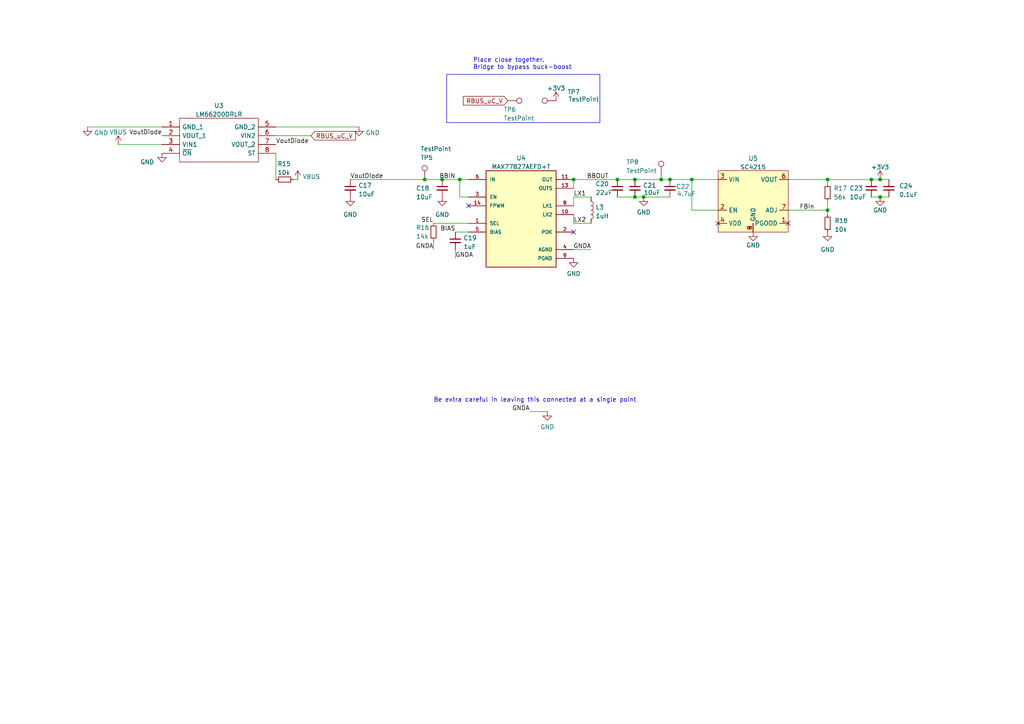
<source format=kicad_sch>
(kicad_sch (version 20230121) (generator eeschema)
  (paper "A4")
  (lib_symbols
    (symbol "Connector:TestPoint" (pin_numbers hide) (pin_names (offset 0.762) hide)
      (property "Reference" "TP" (at 0 6.858 0))
      (property "Value" "TestPoint" (at 0 5.08 0))
      (symbol "TestPoint_0_1"
        (circle (center 0 3.302) (radius 0.762))
      )
      (symbol "TestPoint_1_1"
        (pin passive line (at 0 0 90) (length 2.54) (name "1") (number "1"))
      )
    )
    (symbol "Device:C_Small" (pin_numbers hide) (pin_names (offset 0.254) hide)
      (property "Reference" "C" (at 0.254 1.778 0))
      (property "Value" "C_Small" (at 0.254 -2.032 0))
      (symbol "C_Small_0_1"
        (polyline (pts (xy -1.524 -0.508) (xy 1.524 -0.508)) (stroke (width 0.3302)))
        (polyline (pts (xy -1.524 0.508) (xy 1.524 0.508)) (stroke (width 0.3048)))
      )
      (symbol "C_Small_1_1"
        (pin passive line (at 0 2.54 270) (length 2.032) (name "~") (number "1"))
        (pin passive line (at 0 -2.54 90) (length 2.032) (name "~") (number "2"))
      )
    )
    (symbol "Device:L" (pin_numbers hide) (pin_names (offset 1.016) hide)
      (property "Reference" "L" (at -1.27 0 90))
      (property "Value" "L" (at 1.905 0 90))
      (symbol "L_0_1"
        (arc (start 0 -2.54) (mid 0.6323 -1.905) (end 0 -1.27))
        (arc (start 0 -1.27) (mid 0.6323 -0.635) (end 0 0))
        (arc (start 0 0) (mid 0.6323 0.635) (end 0 1.27))
        (arc (start 0 1.27) (mid 0.6323 1.905) (end 0 2.54))
      )
      (symbol "L_1_1"
        (pin passive line (at 0 3.81 270) (length 1.27) (name "1") (number "1"))
        (pin passive line (at 0 -3.81 90) (length 1.27) (name "2") (number "2"))
      )
    )
    (symbol "Device:R_Small" (pin_numbers hide) (pin_names (offset 0.254) hide)
      (property "Reference" "R" (at 0.762 0.508 0))
      (property "Value" "R_Small" (at 0.762 -1.016 0))
      (symbol "R_Small_0_1"
        (rectangle (start -0.762 1.778) (end 0.762 -1.778) (stroke (width 0.2032)))
      )
      (symbol "R_Small_1_1"
        (pin passive line (at 0 2.54 270) (length 0.762) (name "~") (number "1"))
        (pin passive line (at 0 -2.54 90) (length 0.762) (name "~") (number "2"))
      )
    )
    (symbol "iclr:LM66200DRLR" (pin_names (offset 0.762))
      (property "Reference" "U" (at 29.21 7.62 0))
      (property "Value" "LM66200DRLR" (at 29.21 5.08 0))
      (symbol "LM66200DRLR_0_0"
        (pin passive line (at 0 0 0) (length 5.08) (name "GND_1") (number "1"))
        (pin passive line (at 0 -2.54 0) (length 5.08) (name "VOUT_1") (number "2"))
        (pin passive line (at 0 -5.08 0) (length 5.08) (name "VIN1") (number "3"))
        (pin passive line (at 0 -7.62 0) (length 5.08) (name "~{ON}") (number "4"))
        (pin passive line (at 33.02 0 180) (length 5.08) (name "GND_2") (number "5"))
        (pin passive line (at 33.02 -2.54 180) (length 5.08) (name "VIN2") (number "6"))
        (pin passive line (at 33.02 -5.08 180) (length 5.08) (name "VOUT_2") (number "7"))
        (pin passive line (at 33.02 -7.62 180) (length 5.08) (name "ST") (number "8"))
      )
      (symbol "LM66200DRLR_0_1"
        (polyline (pts (xy 5.08 2.54) (xy 27.94 2.54) (xy 27.94 -10.16) (xy 5.08 -10.16) (xy 5.08 2.54)) (stroke (width 0.1524)))
      )
    )
    (symbol "iclr:MAX77827AEFD+T" (pin_names (offset 1.016))
      (property "Reference" "U?" (at -10.16 13.208 0))
      (property "Value" "MAX77827AEFD+T" (at -10.16 -17.78 0))
      (symbol "MAX77827AEFD+T_0_0"
        (rectangle (start -10.16 -15.24) (end 10.16 12.7) (stroke (width 0.254)) (fill (type background)))
        (pin passive line (at -15.24 -2.54 0) (length 5.08) (name "SEL") (number "1"))
        (pin passive line (at 15.24 0 180) (length 5.08) (name "LX2") (number "10"))
        (pin output line (at 15.24 10.16 180) (length 5.08) (name "OUT") (number "11"))
        (pin input line (at 15.24 7.62 180) (length 5.08) (name "OUTS") (number "13"))
        (pin input line (at -15.24 2.54 0) (length 5.08) (name "FPWM") (number "14"))
        (pin output line (at 15.24 -5.08 180) (length 5.08) (name "POK") (number "2"))
        (pin input line (at -15.24 5.08 0) (length 5.08) (name "EN") (number "3"))
        (pin power_in line (at 15.24 -10.16 180) (length 5.08) (name "AGND") (number "4"))
        (pin passive line (at -15.24 -5.08 0) (length 5.08) (name "BIAS") (number "5"))
        (pin input line (at -15.24 10.16 0) (length 5.08) (name "IN") (number "6"))
        (pin passive line (at 15.24 2.54 180) (length 5.08) (name "LX1") (number "8"))
        (pin power_in line (at 15.24 -12.7 180) (length 5.08) (name "PGND") (number "9"))
      )
    )
    (symbol "iclr:RT9025-25GSP"
      (property "Reference" "U6" (at 0 4.8428 0))
      (property "Value" "RT9025-25GSP" (at 0 2.3059 0))
      (symbol "RT9025-25GSP_1_1"
        (rectangle (start -10.16 1.27) (end 10.16 -16.51) (fill (type background)))
        (pin output line (at 10.16 -13.97 180) (length 2.54) (name "PGOOD") (number "1"))
        (pin input line (at -10.16 -10.16 0) (length 2.54) (name "EN") (number "2"))
        (pin input line (at -10.16 -1.27 0) (length 2.54) (name "VIN") (number "3"))
        (pin input line (at -10.16 -13.97 0) (length 2.54) (name "VDD") (number "4"))
        (pin output line (at 10.16 -1.27 180) (length 2.54) (name "VOUT") (number "6"))
        (pin input line (at 10.16 -10.16 180) (length 2.54) (name "ADJ") (number "7"))
        (pin input line (at 0 -16.51 90) (length 2.54) (name "GND") (number "8"))
        (pin input line (at 0 -16.51 90) (length 2.54) (name "GND") (number "9"))
      )
    )
    (symbol "power:+3.3V" (power) (pin_names (offset 0))
      (property "Value" "+3.3V" (at 0 3.556 0))
      (symbol "+3.3V_0_1"
        (polyline (pts (xy -0.762 1.27) (xy 0 2.54)))
        (polyline (pts (xy 0 0) (xy 0 2.54)))
        (polyline (pts (xy 0 2.54) (xy 0.762 1.27)))
      )
      (symbol "+3.3V_1_1"
        (pin power_in line (at 0 0 90) (length 0) hide (name "+3V3") (number "1"))
      )
    )
    (symbol "power:GND" (power) (pin_names (offset 0))
      (property "Value" "GND" (at 0 -3.81 0))
      (symbol "GND_0_1"
        (polyline (pts (xy 0 0) (xy 0 -1.27) (xy 1.27 -1.27) (xy 0 -2.54) (xy -1.27 -1.27) (xy 0 -1.27)))
      )
      (symbol "GND_1_1"
        (pin power_in line (at 0 0 270) (length 0) hide (name "GND") (number "1"))
      )
    )
    (symbol "power:VBUS" (power) (pin_names (offset 0))
      (property "Value" "VBUS" (at 0 3.81 0))
      (symbol "VBUS_0_1"
        (polyline (pts (xy -0.762 1.27) (xy 0 2.54)))
        (polyline (pts (xy 0 0) (xy 0 2.54)))
        (polyline (pts (xy 0 2.54) (xy 0.762 1.27)))
      )
      (symbol "VBUS_1_1"
        (pin power_in line (at 0 0 90) (length 0) hide (name "VBUS") (number "1"))
      )
    )
  )
  (junction (at 184.15 52.07))
  (junction (at 240.03 52.07))
  (junction (at 255.27 52.07))
  (junction (at 191.77 52.07))
  (junction (at 186.69 57.15))
  (junction (at 128.27 52.07))
  (junction (at 252.73 52.07))
  (junction (at 194.31 52.07))
  (junction (at 255.27 57.15))
  (junction (at 166.37 52.07))
  (junction (at 123.19 52.07))
  (junction (at 240.03 60.96))
  (junction (at 133.35 52.07))
  (junction (at 179.07 52.07))
  (junction (at 184.15 57.15))
  (junction (at 200.66 52.07))
  (no_connect (at 166.37 67.31))
  (no_connect (at 135.89 59.69))
  (no_connect (at 228.6 64.77))
  (no_connect (at 208.28 64.77))
  (wire (pts (xy 80.01 52.07) (xy 80.01 44.45)))
  (polyline (pts (xy 129.54 21.59) (xy 129.54 35.56)))
  (wire (pts (xy 133.35 57.15) (xy 135.89 57.15)))
  (wire (pts (xy 104.14 36.83) (xy 80.01 36.83)))
  (wire (pts (xy 166.37 52.07) (xy 179.07 52.07)))
  (wire (pts (xy 179.07 52.07) (xy 184.15 52.07)))
  (wire (pts (xy 240.03 52.07) (xy 240.03 53.34)))
  (wire (pts (xy 166.37 57.15) (xy 171.45 57.15)))
  (wire (pts (xy 200.66 52.07) (xy 200.66 60.96)))
  (wire (pts (xy 179.07 57.15) (xy 184.15 57.15)))
  (wire (pts (xy 228.6 52.07) (xy 240.03 52.07)))
  (wire (pts (xy 166.37 64.77) (xy 166.37 62.23)))
  (wire (pts (xy 200.66 52.07) (xy 208.28 52.07)))
  (wire (pts (xy 125.73 64.77) (xy 135.89 64.77)))
  (wire (pts (xy 166.37 72.39) (xy 171.45 72.39)))
  (wire (pts (xy 191.77 52.07) (xy 194.31 52.07)))
  (wire (pts (xy 240.03 58.42) (xy 240.03 60.96)))
  (wire (pts (xy 166.37 59.69) (xy 166.37 57.15)))
  (wire (pts (xy 191.77 50.8) (xy 191.77 52.07)))
  (wire (pts (xy 184.15 52.07) (xy 191.77 52.07)))
  (wire (pts (xy 252.73 57.15) (xy 255.27 57.15)))
  (wire (pts (xy 133.35 52.07) (xy 133.35 57.15)))
  (wire (pts (xy 200.66 60.96) (xy 208.28 60.96)))
  (wire (pts (xy 123.19 52.07) (xy 128.27 52.07)))
  (wire (pts (xy 186.69 57.15) (xy 194.31 57.15)))
  (wire (pts (xy 194.31 52.07) (xy 200.66 52.07)))
  (wire (pts (xy 125.73 72.39) (xy 125.73 69.85)))
  (wire (pts (xy 228.6 60.96) (xy 240.03 60.96)))
  (wire (pts (xy 171.45 64.77) (xy 166.37 64.77)))
  (wire (pts (xy 255.27 57.15) (xy 257.81 57.15)))
  (wire (pts (xy 25.4 36.83) (xy 46.99 36.83)))
  (wire (pts (xy 34.29 41.91) (xy 46.99 41.91)))
  (wire (pts (xy 101.6 52.07) (xy 123.19 52.07)))
  (wire (pts (xy 186.69 57.15) (xy 184.15 57.15)))
  (polyline (pts (xy 173.99 35.56) (xy 129.54 35.56)))
  (polyline (pts (xy 173.99 21.59) (xy 173.99 35.56)))
  (wire (pts (xy 153.67 119.38) (xy 158.75 119.38)))
  (wire (pts (xy 128.27 52.07) (xy 133.35 52.07)))
  (wire (pts (xy 86.36 52.07) (xy 85.09 52.07)))
  (polyline (pts (xy 129.54 21.59) (xy 173.99 21.59)))
  (wire (pts (xy 166.37 54.61) (xy 166.37 52.07)))
  (wire (pts (xy 132.08 67.31) (xy 135.89 67.31)))
  (wire (pts (xy 255.27 52.07) (xy 252.73 52.07)))
  (wire (pts (xy 133.35 52.07) (xy 135.89 52.07)))
  (wire (pts (xy 255.27 52.07) (xy 257.81 52.07)))
  (wire (pts (xy 90.17 39.37) (xy 80.01 39.37)))
  (wire (pts (xy 240.03 60.96) (xy 240.03 62.23)))
  (wire (pts (xy 240.03 52.07) (xy 252.73 52.07)))
  (wire (pts (xy 132.08 74.93) (xy 132.08 72.39)))
  (text "Place close together.\nBridge to bypass buck-boost\n" (at 137.16 20.32 0) (effects (font (size 1.27 1.27)) (justify left bottom)))
  (text "Be extra careful in leaving this connected at a single point\n" (at 125.73 116.84 0) (effects (font (size 1.27 1.27)) (justify left bottom)))
  (label "VoutDiode" (at 80.01 41.91 0))
  (label "GNDA" (at 132.08 74.93 0))
  (label "VoutDiode" (at 46.99 39.37 180))
  (label "FBIn" (at 236.22 60.96 180))
  (label "BIAS" (at 132.08 67.31 180))
  (label "LX2" (at 166.37 64.77 0))
  (label "GNDA" (at 153.67 119.38 180))
  (label "GNDA" (at 125.73 72.39 180))
  (label "SEL" (at 125.73 64.77 180))
  (label "VoutDiode" (at 101.6 52.07 0))
  (label "GNDA" (at 171.45 72.39 180))
  (label "BBOUT" (at 170.18 52.07 0))
  (label "LX1" (at 166.37 57.15 0))
  (label "BBIN" (at 132.08 52.07 180))
  (global_label "RBUS_uC_V" (shape input) (at 147.32 29.21 180) (property "Intersheetrefs" "${INTERSHEET_REFS}" (effects hide)))
  (global_label "RBUS_uC_V" (shape input) (at 90.17 39.37 0) (property "Intersheetrefs" "${INTERSHEET_REFS}" (effects hide)))
  (symbol (lib_id "power:+3.3V") (at 161.29 29.21 0) (unit 1)
    (property "Reference" "#PWR041" (effects hide))
    (property "Value" "+3.3V" (at 161.29 25.6342 0))
  )
  (symbol (lib_id "iclr:LM66200DRLR") (at 46.99 36.83 0) (unit 1)
    (property "Reference" "U3" (at 63.5 30.641 0))
    (property "Value" "LM66200DRLR" (at 63.5 33.1779 0))
    (property "Footprint" "iclr:SOTFL50P160X60-8N" (effects hide))
    (property "Datasheet" "https://www.ti.com/lit/gpn/lm66200" (effects hide))
    (property "Description" "1.6-V to 5.5-V, 40-m, 2.5-A, low-IQ, dual ideal diode" (effects hide))
    (property "Height" "0.6" (effects hide))
    (property "Manufacturer_Name" "Texas Instruments" (effects hide))
    (property "Manufacturer_Part_Number" "LM66200DRLR" (effects hide))
    (property "Mouser Part Number" "595-LM66200DRLR" (effects hide))
    (property "Mouser Price/Stock" "https://www.mouser.co.uk/ProductDetail/Texas-Instruments/LM66200DRLR?qs=Rp5uXu7WBW90hnpZAkIOdQ%3D%3D" (effects hide))
    (property "Arrow Part Number" "LM66200DRLR" (effects hide))
    (property "Arrow Price/Stock" "https://www.arrow.com/en/products/lm66200drlr/texas-instruments?region=nac" (effects hide))
  )
  (symbol (lib_id "Connector:TestPoint") (at 191.77 50.8 0) (unit 1)
    (property "Reference" "TP8" (at 181.61 46.99 0) (effects (justify left)))
    (property "Value" "TestPoint" (at 181.61 49.5269 0) (effects (justify left)))
    (property "Footprint" "TestPoint:TestPoint_Pad_D1.5mm" (effects hide))
  )
  (symbol (lib_id "Device:R_Small") (at 125.73 67.31 0) (unit 1)
    (property "Reference" "R16" (at 120.65 66.04 0) (effects (justify left)))
    (property "Value" "14k" (at 120.65 68.5769 0) (effects (justify left)))
    (property "Footprint" "Resistor_SMD:R_0402_1005Metric" (effects hide))
  )
  (symbol (lib_id "Device:C_Small") (at 257.81 54.61 180) (unit 1)
    (property "Reference" "C24" (at 260.7683 53.9154 0) (effects (justify right)))
    (property "Value" "0.1uF" (at 260.7683 56.4554 0) (effects (justify right)))
    (property "Footprint" "Capacitor_SMD:C_0402_1005Metric" (effects hide))
  )
  (symbol (lib_id "Connector:TestPoint") (at 147.32 29.21 270) (unit 1)
    (property "Reference" "TP6" (at 146.05 31.75 90) (effects (justify left)))
    (property "Value" "TestPoint" (at 146.05 34.2869 90) (effects (justify left)))
    (property "Footprint" "TestPoint:TestPoint_Pad_D1.5mm" (effects hide))
  )
  (symbol (lib_id "Device:C_Small") (at 184.15 54.61 0) (unit 1)
    (property "Reference" "C21" (at 186.4741 53.7816 0) (effects (justify left)))
    (property "Value" "10uF" (at 186.69 55.88 0) (effects (justify left)))
    (property "Footprint" "Capacitor_SMD:C_0402_1005Metric" (effects hide))
  )
  (symbol (lib_id "power:VBUS") (at 34.29 41.91 0) (unit 1)
    (property "Reference" "#PWR034" (effects hide))
    (property "Value" "VBUS" (at 34.29 38.3342 0))
  )
  (symbol (lib_id "Device:L") (at 171.45 60.96 0) (unit 1)
    (property "Reference" "L3" (at 172.72 60.1253 0) (effects (justify left)))
    (property "Value" "1uH" (at 172.72 62.6622 0) (effects (justify left)))
    (property "Footprint" "Inductor_SMD:L_0805_2012Metric" (effects hide))
  )
  (symbol (lib_id "Device:R_Small") (at 82.55 52.07 270) (unit 1)
    (property "Reference" "R15" (at 80.4811 47.5279 90) (effects (justify left)))
    (property "Value" "10k" (at 80.4811 50.0679 90) (effects (justify left)))
    (property "Footprint" "Resistor_SMD:R_0402_1005Metric" (effects hide))
  )
  (symbol (lib_id "Connector:TestPoint") (at 123.19 52.07 0) (unit 1)
    (property "Reference" "TP5" (at 121.92 45.72 0) (effects (justify left)))
    (property "Value" "TestPoint" (at 121.92 43.1831 0) (effects (justify left)))
    (property "Footprint" "TestPoint:TestPoint_Pad_D1.5mm" (effects hide))
  )
  (symbol (lib_id "Device:R_Small") (at 240.03 64.77 0) (unit 1)
    (property "Reference" "R18" (at 242.044 64.0197 0) (effects (justify left)))
    (property "Value" "10k" (at 242.044 66.5597 0) (effects (justify left)))
    (property "Footprint" "Resistor_SMD:R_0402_1005Metric" (effects hide))
  )
  (symbol (lib_id "power:GND") (at 186.69 57.15 0) (unit 1)
    (property "Reference" "#PWR043" (effects hide))
    (property "Value" "GND" (at 186.69 61.5934 0))
  )
  (symbol (lib_id "Device:C_Small") (at 128.27 54.61 0) (unit 1)
    (property "Reference" "C18" (at 120.65 54.61 0) (effects (justify left)))
    (property "Value" "10uF" (at 120.65 57.1469 0) (effects (justify left)))
    (property "Footprint" "Capacitor_SMD:C_0603_1608Metric" (effects hide))
  )
  (symbol (lib_id "power:GND") (at 101.6 57.15 0) (unit 1)
    (property "Reference" "#PWR037" (effects hide))
    (property "Value" "GND" (at 101.6 62.23 0))
  )
  (symbol (lib_id "power:+3.3V") (at 255.27 52.07 0) (unit 1)
    (property "Reference" "#PWR046" (effects hide))
    (property "Value" "+3.3V" (at 255.27 48.4942 0))
  )
  (symbol (lib_id "power:GND") (at 255.27 57.15 0) (unit 1)
    (property "Reference" "#PWR047" (effects hide))
    (property "Value" "GND" (at 255.27 60.96 0))
  )
  (symbol (lib_id "power:GND") (at 218.44 67.31 0) (unit 1)
    (property "Reference" "#PWR044" (effects hide))
    (property "Value" "GND" (at 218.44 71.12 0))
  )
  (symbol (lib_id "Device:C_Small") (at 252.73 54.61 180) (unit 1)
    (property "Reference" "C23" (at 246.38 54.61 0) (effects (justify right)))
    (property "Value" "10uF" (at 246.38 57.15 0) (effects (justify right)))
    (property "Footprint" "Capacitor_SMD:C_0402_1005Metric" (effects hide))
  )
  (symbol (lib_id "power:GND") (at 128.27 57.15 0) (unit 1)
    (property "Reference" "#PWR039" (effects hide))
    (property "Value" "GND" (at 128.27 62.23 0))
  )
  (symbol (lib_id "Connector:TestPoint") (at 161.29 29.21 90) (unit 1)
    (property "Reference" "TP7" (at 166.37 26.67 90))
    (property "Value" "TestPoint" (at 169.291 28.7716 90))
    (property "Footprint" "TestPoint:TestPoint_Pad_D1.5mm" (effects hide))
  )
  (symbol (lib_id "iclr:RT9025-25GSP") (at 218.44 50.8 0) (unit 1)
    (property "Reference" "U5" (at 218.44 45.9572 0))
    (property "Value" "SC4215" (at 218.44 48.4941 0))
    (property "Footprint" "iclr:SOIC127P599X175-9N" (effects hide))
  )
  (symbol (lib_id "Device:C_Small") (at 101.6 54.61 0) (unit 1)
    (property "Reference" "C17" (at 103.9241 53.7816 0) (effects (justify left)))
    (property "Value" "10uF" (at 103.9241 56.3185 0) (effects (justify left)))
    (property "Footprint" "Capacitor_SMD:C_0402_1005Metric" (effects hide))
  )
  (symbol (lib_id "iclr:MAX77827AEFD+T") (at 151.13 62.23 0) (unit 1)
    (property "Reference" "U4" (at 151.13 45.8302 0))
    (property "Value" "MAX77827AEFD+T" (at 151.13 48.3671 0))
    (property "Footprint" "iclr:CONV_MAX77827AEFD+T" (effects hide))
    (property "MANUFACTURER" "Maxim Integrated" (effects hide))
    (property "MAXIMUM_PACKAGE_HEIGHT" "0.6mm" (effects hide))
    (property "PARTREV" "B" (effects hide))
    (property "STANDARD" "Manufacturer Recommended" (effects hide))
  )
  (symbol (lib_id "power:VBUS") (at 86.36 52.07 0) (unit 1)
    (property "Reference" "#PWR036" (effects hide))
    (property "Value" "VBUS" (at 87.757 51.2338 0) (effects (justify left)))
  )
  (symbol (lib_id "power:GND") (at 240.03 67.31 0) (unit 1)
    (property "Reference" "#PWR045" (effects hide))
    (property "Value" "GND" (at 240.03 72.39 0))
  )
  (symbol (lib_id "power:GND") (at 166.37 74.93 0) (unit 1)
    (property "Reference" "#PWR042" (effects hide))
    (property "Value" "GND" (at 166.37 79.3734 0))
  )
  (symbol (lib_id "power:GND") (at 25.4 36.83 0) (unit 1)
    (property "Reference" "#PWR033" (effects hide))
    (property "Value" "GND" (at 27.305 38.5338 0) (effects (justify left)))
  )
  (symbol (lib_id "Device:C_Small") (at 194.31 54.61 0) (unit 1)
    (property "Reference" "C22" (at 196.0936 54.1168 0) (effects (justify left)))
    (property "Value" "4.7uF" (at 196.3095 56.2152 0) (effects (justify left)))
    (property "Footprint" "Capacitor_SMD:C_0402_1005Metric" (effects hide))
  )
  (symbol (lib_id "Device:C_Small") (at 179.07 54.61 0) (unit 1)
    (property "Reference" "C20" (at 172.72 53.3431 0) (effects (justify left)))
    (property "Value" "22uF" (at 172.72 55.88 0) (effects (justify left)))
    (property "Footprint" "Capacitor_SMD:C_0603_1608Metric" (effects hide))
  )
  (symbol (lib_id "power:GND") (at 46.99 44.45 0) (unit 1)
    (property "Reference" "#PWR035" (effects hide))
    (property "Value" "GND" (at 40.64 46.99 0) (effects (justify left)))
  )
  (symbol (lib_id "Device:R_Small") (at 240.03 55.88 0) (unit 1)
    (property "Reference" "R17" (at 241.7867 54.6505 0) (effects (justify left)))
    (property "Value" "56k" (at 241.7867 57.1905 0) (effects (justify left)))
    (property "Footprint" "Resistor_SMD:R_0402_1005Metric" (effects hide))
  )
  (symbol (lib_id "power:GND") (at 104.14 36.83 0) (unit 1)
    (property "Reference" "#PWR038" (effects hide))
    (property "Value" "GND" (at 106.045 38.5338 0) (effects (justify left)))
  )
  (symbol (lib_id "Device:C_Small") (at 132.08 69.85 0) (unit 1)
    (property "Reference" "C19" (at 134.4041 69.0216 0) (effects (justify left)))
    (property "Value" "1uF" (at 134.4041 71.5585 0) (effects (justify left)))
    (property "Footprint" "Capacitor_SMD:C_0402_1005Metric" (effects hide))
  )
  (symbol (lib_id "power:GND") (at 158.75 119.38 0) (unit 1)
    (property "Reference" "#PWR040" (effects hide))
    (property "Value" "GND" (at 158.75 123.8234 0))
  )
)
</source>
